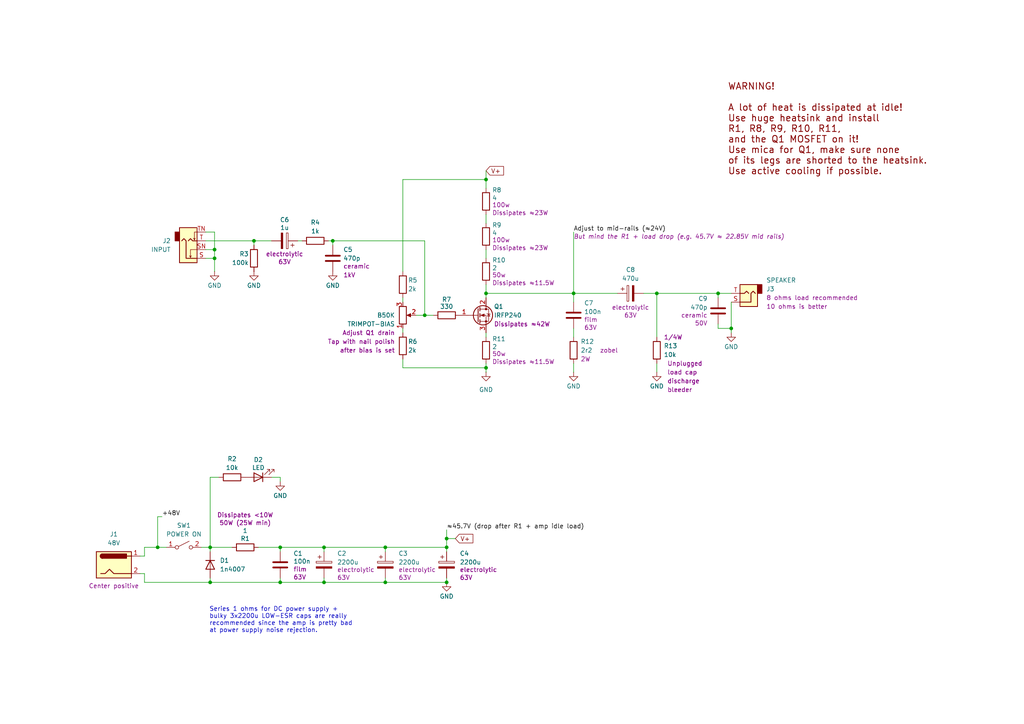
<source format=kicad_sch>
(kicad_sch (version 20250114) (generator "eeschema") (generator_version "9.0")
  (paper "A4")
  (title_block (title "Wenzel’s Simple MOSFET Class-A Power Amp") (date "November 2025") (rev "r1-wip-1") (company "I recommend to use at least ≈200W (48V/≈4A) power supply.") (comment 1 "Class A amps are very inefficient!") (comment 2 "Mind the power supply needs, at idle the amp draws more than 100W (>2A)!") (comment 3 "Damping factor is <1.") (comment 4 "Maximum clean power is around 7W."))
  (lib_symbols
    (symbol "Connector:Jack-DC" (pin_names (offset 1.016))
      (property "Reference" "J" (at 0 5.334 0))
      (property "Value" "Jack-DC" (at 0 -5.08 0))
      (symbol "Jack-DC_0_1"
        (rectangle (start -5.08 3.81) (end 5.08 -3.81) (stroke (width 0.254)) (fill (type background)))
        (polyline (pts (xy -3.81 -2.54) (xy -2.54 -2.54) (xy -1.27 -1.27) (xy 0 -2.54) (xy 2.54 -2.54) (xy 5.08 -2.54)) (stroke (width 0.254)))
        (arc (start -3.302 1.905) (mid -3.9343 2.54) (end -3.302 3.175) (stroke (width 0.254)))
        (arc (start -3.302 1.905) (mid -3.9343 2.54) (end -3.302 3.175) (stroke (width 0.254)) (fill (type outline)))
        (rectangle (start 3.683 3.175) (end -3.302 1.905) (stroke (width 0.254)) (fill (type outline)))
        (polyline (pts (xy 5.08 2.54) (xy 3.81 2.54)) (stroke (width 0.254)))
      )
      (symbol "Jack-DC_1_1"
        (pin passive line (at 7.62 2.54 180) (length 2.54) (name "~") (number "1"))
        (pin passive line (at 7.62 -2.54 180) (length 2.54) (name "~") (number "2"))
      )
    )
    (symbol "Connector_Audio:AudioJack2"
      (property "Reference" "J" (at 0 8.89 0))
      (property "Value" "AudioJack2" (at 0 6.35 0))
      (symbol "AudioJack2_0_1"
        (rectangle (start -3.81 0) (end -2.54 -2.54) (stroke (width 0.254)) (fill (type outline)))
        (rectangle (start -2.54 3.81) (end 2.54 -2.54) (stroke (width 0.254)) (fill (type background)))
        (polyline (pts (xy 0 0) (xy 0.635 -0.635) (xy 1.27 0) (xy 2.54 0)) (stroke (width 0.254)))
        (polyline (pts (xy 2.54 2.54) (xy -0.635 2.54) (xy -0.635 0) (xy -1.27 -0.635) (xy -1.905 0)) (stroke (width 0.254)))
      )
      (symbol "AudioJack2_1_1"
        (pin passive line (at 5.08 2.54 180) (length 2.54) (name "~") (number "S"))
        (pin passive line (at 5.08 0 180) (length 2.54) (name "~") (number "T"))
      )
    )
    (symbol "Connector_Audio:AudioJack2_Switch"
      (property "Reference" "J" (at 0 11.43 0))
      (property "Value" "AudioJack2_Switch" (at 0 8.89 0))
      (symbol "AudioJack2_Switch_0_1"
        (rectangle (start -2.54 0) (end -3.81 -2.54) (stroke (width 0.254)) (fill (type outline)))
        (rectangle (start 2.54 6.35) (end -2.54 -3.81) (stroke (width 0.254)) (fill (type background)))
      )
      (symbol "AudioJack2_Switch_1_1"
        (polyline (pts (xy 0 0) (xy 0.635 -0.635) (xy 1.27 0) (xy 2.54 0)) (stroke (width 0.254)))
        (polyline (pts (xy 0.635 4.826) (xy 0.889 4.318)))
        (polyline (pts (xy 1.778 -0.254) (xy 2.032 -0.762)))
        (polyline (pts (xy 2.54 5.08) (xy -0.635 5.08) (xy -0.635 0) (xy -1.27 -0.635) (xy -1.905 0)) (stroke (width 0.254)))
        (polyline (pts (xy 2.54 2.54) (xy 0.635 2.54) (xy 0.635 4.826) (xy 0.381 4.318)))
        (polyline (pts (xy 2.54 -2.54) (xy 1.778 -2.54) (xy 1.778 -0.254) (xy 1.524 -0.762)))
        (pin passive line (at 5.08 5.08 180) (length 2.54) (name "~") (number "S"))
        (pin passive line (at 5.08 2.54 180) (length 2.54) (name "~") (number "SN"))
        (pin passive line (at 5.08 0 180) (length 2.54) (name "~") (number "T"))
        (pin passive line (at 5.08 -2.54 180) (length 2.54) (name "~") (number "TN"))
      )
    )
    (symbol "Device:C" (pin_numbers (hide yes)) (pin_names (offset 0.254))
      (property "Reference" "C" (at 0.635 2.54 0))
      (property "Value" "C" (at 0.635 -2.54 0))
      (symbol "C_0_1"
        (polyline (pts (xy -2.032 0.762) (xy 2.032 0.762)) (stroke (width 0.508)))
        (polyline (pts (xy -2.032 -0.762) (xy 2.032 -0.762)) (stroke (width 0.508)))
      )
      (symbol "C_1_1"
        (pin passive line (at 0 3.81 270) (length 2.794) (name "~") (number "1"))
        (pin passive line (at 0 -3.81 90) (length 2.794) (name "~") (number "2"))
      )
    )
    (symbol "Device:C_Polarized" (pin_numbers (hide yes)) (pin_names (offset 0.254))
      (property "Reference" "C" (at 0.635 2.54 0))
      (property "Value" "C_Polarized" (at 0.635 -2.54 0))
      (symbol "C_Polarized_0_1"
        (rectangle (start -2.286 0.508) (end 2.286 1.016))
        (polyline (pts (xy -1.778 2.286) (xy -0.762 2.286)))
        (polyline (pts (xy -1.27 2.794) (xy -1.27 1.778)))
        (rectangle (start 2.286 -0.508) (end -2.286 -1.016) (fill (type outline)))
      )
      (symbol "C_Polarized_1_1"
        (pin passive line (at 0 3.81 270) (length 2.794) (name "~") (number "1"))
        (pin passive line (at 0 -3.81 90) (length 2.794) (name "~") (number "2"))
      )
    )
    (symbol "Device:D" (pin_numbers (hide yes)) (pin_names (offset 1.016) (hide yes))
      (property "Reference" "D" (at 0 2.54 0))
      (property "Value" "D" (at 0 -2.54 0))
      (symbol "D_0_1"
        (polyline (pts (xy -1.27 1.27) (xy -1.27 -1.27)) (stroke (width 0.254)))
        (polyline (pts (xy 1.27 1.27) (xy 1.27 -1.27) (xy -1.27 0) (xy 1.27 1.27)) (stroke (width 0.254)))
        (polyline (pts (xy 1.27 0) (xy -1.27 0)))
      )
      (symbol "D_1_1"
        (pin passive line (at -3.81 0 0) (length 2.54) (name "K") (number "1"))
        (pin passive line (at 3.81 0 180) (length 2.54) (name "A") (number "2"))
      )
    )
    (symbol "Device:LED" (pin_numbers (hide yes)) (pin_names (offset 1.016) (hide yes))
      (property "Reference" "D" (at 0 2.54 0))
      (property "Value" "LED" (at 0 -2.54 0))
      (symbol "LED_0_1"
        (polyline (pts (xy -3.048 -0.762) (xy -4.572 -2.286) (xy -3.81 -2.286) (xy -4.572 -2.286) (xy -4.572 -1.524)))
        (polyline (pts (xy -1.778 -0.762) (xy -3.302 -2.286) (xy -2.54 -2.286) (xy -3.302 -2.286) (xy -3.302 -1.524)))
        (polyline (pts (xy -1.27 0) (xy 1.27 0)))
        (polyline (pts (xy -1.27 -1.27) (xy -1.27 1.27)) (stroke (width 0.254)))
        (polyline (pts (xy 1.27 -1.27) (xy 1.27 1.27) (xy -1.27 0) (xy 1.27 -1.27)) (stroke (width 0.254)))
      )
      (symbol "LED_1_1"
        (pin passive line (at -3.81 0 0) (length 2.54) (name "K") (number "1"))
        (pin passive line (at 3.81 0 180) (length 2.54) (name "A") (number "2"))
      )
    )
    (symbol "Device:R" (pin_numbers (hide yes)) (pin_names (offset 0))
      (property "Reference" "R" (at 2.032 0 90))
      (property "Value" "R" (at 0 0 90))
      (symbol "R_0_1"
        (rectangle (start -1.016 -2.54) (end 1.016 2.54) (stroke (width 0.254)))
      )
      (symbol "R_1_1"
        (pin passive line (at 0 3.81 270) (length 1.27) (name "~") (number "1"))
        (pin passive line (at 0 -3.81 90) (length 1.27) (name "~") (number "2"))
      )
    )
    (symbol "Device:R_Potentiometer" (pin_names (offset 1.016) (hide yes))
      (property "Reference" "RV" (at -4.445 0 90))
      (property "Value" "R_Potentiometer" (at -2.54 0 90))
      (symbol "R_Potentiometer_0_1"
        (rectangle (start 1.016 2.54) (end -1.016 -2.54) (stroke (width 0.254)))
        (polyline (pts (xy 1.143 0) (xy 2.286 0.508) (xy 2.286 -0.508) (xy 1.143 0)) (fill (type outline)))
        (polyline (pts (xy 2.54 0) (xy 1.524 0)))
      )
      (symbol "R_Potentiometer_1_1"
        (pin passive line (at 0 3.81 270) (length 1.27) (name "1") (number "1"))
        (pin passive line (at 0 -3.81 90) (length 1.27) (name "3") (number "3"))
        (pin passive line (at 3.81 0 180) (length 1.27) (name "2") (number "2"))
      )
    )
    (symbol "Switch:SW_SPST" (pin_names (offset 0) (hide yes))
      (property "Reference" "SW" (at 0 3.175 0))
      (property "Value" "SW_SPST" (at 0 -2.54 0))
      (symbol "SW_SPST_0_0"
        (circle (center -2.032 0) (radius 0.508))
        (polyline (pts (xy -1.524 0.254) (xy 1.524 1.778)))
        (circle (center 2.032 0) (radius 0.508))
      )
      (symbol "SW_SPST_1_1"
        (pin passive line (at -5.08 0 0) (length 2.54) (name "A") (number "1"))
        (pin passive line (at 5.08 0 180) (length 2.54) (name "B") (number "2"))
      )
    )
    (symbol "Transistor_FET:IRLZ44N" (pin_names (hide yes))
      (property "Reference" "Q" (at 5.08 1.905 0))
      (property "Value" "IRLZ44N" (at 5.08 0 0))
      (symbol "IRLZ44N_0_1"
        (polyline (pts (xy 0.254 1.905) (xy 0.254 -1.905)) (stroke (width 0.254)))
        (polyline (pts (xy 0.254 0) (xy -2.54 0)))
        (polyline (pts (xy 0.762 2.286) (xy 0.762 1.27)) (stroke (width 0.254)))
        (polyline (pts (xy 0.762 0.508) (xy 0.762 -0.508)) (stroke (width 0.254)))
        (polyline (pts (xy 0.762 -1.27) (xy 0.762 -2.286)) (stroke (width 0.254)))
        (polyline (pts (xy 0.762 -1.778) (xy 3.302 -1.778) (xy 3.302 1.778) (xy 0.762 1.778)))
        (polyline (pts (xy 1.016 0) (xy 2.032 0.381) (xy 2.032 -0.381) (xy 1.016 0)) (fill (type outline)))
        (circle (center 1.651 0) (radius 2.794) (stroke (width 0.254)))
        (polyline (pts (xy 2.54 2.54) (xy 2.54 1.778)))
        (circle (center 2.54 1.778) (radius 0.254) (fill (type outline)))
        (circle (center 2.54 -1.778) (radius 0.254) (fill (type outline)))
        (polyline (pts (xy 2.54 -2.54) (xy 2.54 0) (xy 0.762 0)))
        (polyline (pts (xy 2.794 0.508) (xy 2.921 0.381) (xy 3.683 0.381) (xy 3.81 0.254)))
        (polyline (pts (xy 3.302 0.381) (xy 2.921 -0.254) (xy 3.683 -0.254) (xy 3.302 0.381)))
      )
      (symbol "IRLZ44N_1_1"
        (pin input line (at -5.08 0 0) (length 2.54) (name "G") (number "1"))
        (pin passive line (at 2.54 5.08 270) (length 2.54) (name "D") (number "2"))
        (pin passive line (at 2.54 -5.08 90) (length 2.54) (name "S") (number "3"))
      )
    )
    (symbol "power:GND" (power) (pin_numbers (hide yes)) (pin_names (offset 0) (hide yes))
      (property "Value" "GND" (at 0 -3.81 0))
      (symbol "GND_0_1"
        (polyline (pts (xy 0 0) (xy 0 -1.27) (xy 1.27 -1.27) (xy 0 -2.54) (xy -1.27 -1.27) (xy 0 -1.27)))
      )
      (symbol "GND_1_1"
        (pin power_in line (at 0 0 270) (length 0) (name "~") (number "1"))
      )
    )
  )
  (text "Series 1 ohms for DC power supply +\nbulky 3x2200u LOW-ESR caps are really\nrecommended since the amp is pretty bad\nat power supply noise rejection." (at 60.706 176.022 0) (effects (font (size 1.27 1.27)) (justify left top)))
  (text "WARNING!\n\nA lot of heat is dissipated at idle!\nUse huge heatsink and install\nR1, R8, R9, R10, R11,\nand the Q1 MOSFET on it!\nUse mica for Q1, make sure none\nof its legs are shorted to the heatsink.\nUse active cooling if possible." (at 211.074 24.13 0) (effects (font (size 1.905 1.905) (thickness 0.2381)) (justify left top)))
  (junction (at 93.98 168.91))
  (junction (at 81.28 158.75))
  (junction (at 212.09 95.25))
  (junction (at 140.97 106.68))
  (junction (at 140.97 52.07))
  (junction (at 190.5 85.09))
  (junction (at 129.54 158.75))
  (junction (at 93.98 158.75))
  (junction (at 166.37 85.09))
  (junction (at 60.96 158.75))
  (junction (at 129.54 168.91))
  (junction (at 111.76 158.75))
  (junction (at 60.96 168.91))
  (junction (at 62.23 74.93))
  (junction (at 208.28 85.09))
  (junction (at 129.54 156.21))
  (junction (at 73.66 69.85))
  (junction (at 45.72 158.75))
  (junction (at 111.76 168.91))
  (junction (at 62.23 72.39))
  (junction (at 140.97 85.09))
  (junction (at 123.19 91.44))
  (junction (at 81.28 168.91))
  (junction (at 96.52 69.85))
  (wire (pts (xy 116.84 52.07) (xy 116.84 78.74)))
  (wire (pts (xy 81.28 158.75) (xy 93.98 158.75)))
  (wire (pts (xy 60.96 158.75) (xy 67.31 158.75)))
  (wire (pts (xy 41.91 158.75) (xy 45.72 158.75)))
  (wire (pts (xy 93.98 158.75) (xy 111.76 158.75)))
  (wire (pts (xy 59.69 69.85) (xy 73.66 69.85)))
  (wire (pts (xy 111.76 168.91) (xy 129.54 168.91)))
  (wire (pts (xy 111.76 158.75) (xy 111.76 160.02)))
  (wire (pts (xy 41.91 161.29) (xy 40.64 161.29)))
  (wire (pts (xy 60.96 138.43) (xy 60.96 158.75)))
  (wire (pts (xy 73.66 69.85) (xy 78.74 69.85)))
  (wire (pts (xy 140.97 49.53) (xy 140.97 52.07)))
  (wire (pts (xy 41.91 166.37) (xy 40.64 166.37)))
  (wire (pts (xy 140.97 96.52) (xy 140.97 97.79)))
  (wire (pts (xy 140.97 85.09) (xy 140.97 86.36)))
  (wire (pts (xy 116.84 104.14) (xy 116.84 106.68)))
  (wire (pts (xy 140.97 62.23) (xy 140.97 64.77)))
  (wire (pts (xy 140.97 72.39) (xy 140.97 74.93)))
  (wire (pts (xy 93.98 160.02) (xy 93.98 158.75)))
  (wire (pts (xy 140.97 107.95) (xy 140.97 106.68)))
  (wire (pts (xy 208.28 86.36) (xy 208.28 85.09)))
  (wire (pts (xy 46.99 149.86) (xy 45.72 149.86)))
  (wire (pts (xy 186.69 85.09) (xy 190.5 85.09)))
  (wire (pts (xy 96.52 71.12) (xy 96.52 69.85)))
  (wire (pts (xy 116.84 106.68) (xy 140.97 106.68)))
  (wire (pts (xy 86.36 69.85) (xy 87.63 69.85)))
  (wire (pts (xy 73.66 71.12) (xy 73.66 69.85)))
  (wire (pts (xy 116.84 52.07) (xy 140.97 52.07)))
  (wire (pts (xy 81.28 160.02) (xy 81.28 158.75)))
  (wire (pts (xy 166.37 107.95) (xy 166.37 105.41)))
  (wire (pts (xy 81.28 138.43) (xy 81.28 139.7)))
  (wire (pts (xy 62.23 74.93) (xy 62.23 78.74)))
  (wire (pts (xy 116.84 86.36) (xy 116.84 87.63)))
  (wire (pts (xy 62.23 74.93) (xy 62.23 72.39)))
  (wire (pts (xy 93.98 168.91) (xy 111.76 168.91)))
  (wire (pts (xy 81.28 168.91) (xy 93.98 168.91)))
  (wire (pts (xy 208.28 95.25) (xy 212.09 95.25)))
  (wire (pts (xy 129.54 156.21) (xy 129.54 158.75)))
  (wire (pts (xy 62.23 67.31) (xy 62.23 72.39)))
  (wire (pts (xy 63.5 138.43) (xy 60.96 138.43)))
  (wire (pts (xy 59.69 72.39) (xy 62.23 72.39)))
  (wire (pts (xy 60.96 168.91) (xy 60.96 167.64)))
  (wire (pts (xy 129.54 167.64) (xy 129.54 168.91)))
  (wire (pts (xy 190.5 97.79) (xy 190.5 85.09)))
  (wire (pts (xy 212.09 87.63) (xy 212.09 95.25)))
  (wire (pts (xy 59.69 67.31) (xy 62.23 67.31)))
  (wire (pts (xy 60.96 168.91) (xy 81.28 168.91)))
  (wire (pts (xy 129.54 153.67) (xy 129.54 156.21)))
  (wire (pts (xy 120.65 91.44) (xy 123.19 91.44)))
  (wire (pts (xy 140.97 85.09) (xy 166.37 85.09)))
  (wire (pts (xy 41.91 158.75) (xy 41.91 161.29)))
  (wire (pts (xy 111.76 158.75) (xy 129.54 158.75)))
  (wire (pts (xy 45.72 158.75) (xy 48.26 158.75)))
  (wire (pts (xy 140.97 52.07) (xy 140.97 54.61)))
  (wire (pts (xy 58.42 158.75) (xy 60.96 158.75)))
  (wire (pts (xy 59.69 74.93) (xy 62.23 74.93)))
  (wire (pts (xy 208.28 85.09) (xy 212.09 85.09)))
  (wire (pts (xy 95.25 69.85) (xy 96.52 69.85)))
  (wire (pts (xy 41.91 168.91) (xy 60.96 168.91)))
  (wire (pts (xy 140.97 82.55) (xy 140.97 85.09)))
  (wire (pts (xy 96.52 69.85) (xy 123.19 69.85)))
  (wire (pts (xy 129.54 158.75) (xy 129.54 160.02)))
  (wire (pts (xy 93.98 167.64) (xy 93.98 168.91)))
  (wire (pts (xy 212.09 96.52) (xy 212.09 95.25)))
  (wire (pts (xy 166.37 95.25) (xy 166.37 97.79)))
  (wire (pts (xy 166.37 87.63) (xy 166.37 85.09)))
  (wire (pts (xy 166.37 85.09) (xy 179.07 85.09)))
  (wire (pts (xy 78.74 138.43) (xy 81.28 138.43)))
  (wire (pts (xy 123.19 91.44) (xy 125.73 91.44)))
  (wire (pts (xy 111.76 167.64) (xy 111.76 168.91)))
  (wire (pts (xy 45.72 149.86) (xy 45.72 158.75)))
  (wire (pts (xy 123.19 69.85) (xy 123.19 91.44)))
  (wire (pts (xy 166.37 67.31) (xy 166.37 85.09)))
  (wire (pts (xy 116.84 95.25) (xy 116.84 96.52)))
  (wire (pts (xy 132.08 156.21) (xy 129.54 156.21)))
  (wire (pts (xy 60.96 160.02) (xy 60.96 158.75)))
  (wire (pts (xy 74.93 158.75) (xy 81.28 158.75)))
  (wire (pts (xy 208.28 95.25) (xy 208.28 93.98)))
  (wire (pts (xy 140.97 105.41) (xy 140.97 106.68)))
  (wire (pts (xy 190.5 105.41) (xy 190.5 107.95)))
  (wire (pts (xy 41.91 166.37) (xy 41.91 168.91)))
  (wire (pts (xy 81.28 168.91) (xy 81.28 167.64)))
  (wire (pts (xy 190.5 85.09) (xy 208.28 85.09)))
  (label "+48V" (at 46.99 149.86 0))
  (label "≈45.7V (drop after R1 + amp idle load)" (at 129.54 153.67 0))
  (label "Adjust to mid-rails (≈24V)" (at 166.37 67.31 0) (property "Netclass" "But mind the R1 + load drop (e.g. 45.7V ≈ 22.85V mid rails)" (at 166.37 68.58 0) (effects (font (italic yes)) (justify left))))
  (global_label "V+" (shape input) (at 132.08 156.21 0) (property "Intersheetrefs" "${INTERSHEET_REFS}" (effects (hide yes))))
  (global_label "V+" (shape input) (at 140.97 49.53 0) (property "Intersheetrefs" "${INTERSHEET_REFS}" (effects (hide yes))))
  (symbol (lib_id "Device:R") (at 73.66 74.93 0) (mirror y) (unit 1)
    (property "Reference" "R3" (at 72.136 73.66 0) (effects (justify left)))
    (property "Value" "100k" (at 72.136 76.2 0) (effects (justify left)))
    (property "Description" "Resistor" (effects (hide yes)))
  )
  (symbol (lib_id "Device:C") (at 96.52 74.93 0) (unit 1)
    (property "Reference" "C5" (at 99.568 72.39 0) (effects (justify left)))
    (property "Value" "470p" (at 99.568 74.93 0) (effects (justify left)))
    (property "Description" "Unpolarized capacitor" (effects (hide yes)))
    (property "Field5" "ceramic" (at 99.568 77.216 0) (effects (justify left)))
    (property "Field6" "1kV" (at 99.568 79.756 0) (effects (justify left)))
  )
  (symbol (lib_id "power:GND") (at 81.28 139.7 0) (unit 1)
    (property "Reference" "#PWR022" (effects (hide yes)))
    (property "Value" "GND" (at 81.28 143.764 0))
    (property "Description" "Power symbol creates a global label with name \"GND\" , ground" (effects (hide yes)))
  )
  (symbol (lib_id "Connector_Audio:AudioJack2_Switch") (at 54.61 69.85 0) (mirror x) (unit 1)
    (property "Reference" "J2" (at 49.53 69.8499 0) (effects (justify right)))
    (property "Value" "INPUT" (at 49.53 72.3899 0) (effects (justify right)))
    (property "Description" "Audio Jack, 2 Poles (Mono / TS), Switched Pole (Normalling)" (effects (hide yes)))
  )
  (symbol (lib_id "power:GND") (at 96.52 78.74 0) (unit 1)
    (property "Reference" "#PWR03" (effects (hide yes)))
    (property "Value" "GND" (at 96.52 82.804 0))
    (property "Description" "Power symbol creates a global label with name \"GND\" , ground" (effects (hide yes)))
  )
  (symbol (lib_id "power:GND") (at 190.5 107.95 0) (unit 1)
    (property "Reference" "#PWR017" (effects (hide yes)))
    (property "Value" "GND" (at 190.5 112.014 0))
    (property "Description" "Power symbol creates a global label with name \"GND\" , ground" (effects (hide yes)))
  )
  (symbol (lib_id "Device:R") (at 71.12 158.75 90) (unit 1)
    (property "Reference" "R1" (at 71.12 156.21 90))
    (property "Value" "1" (at 71.12 153.924 90))
    (property "Description" "Resistor" (effects (hide yes)))
    (property "Field5" "50W (25W min)" (at 71.12 151.638 90))
    (property "Field6" "Dissipates <10W" (at 71.12 149.352 90))
  )
  (symbol (lib_id "Device:R_Potentiometer") (at 116.84 91.44 0) (mirror x) (unit 1)
    (property "Reference" "TRIMPOT-BIAS" (at 114.554 93.98 0) (effects (justify right)))
    (property "Value" "B50K" (at 114.554 91.44 0) (effects (justify right)))
    (property "Description" "Potentiometer" (effects (hide yes)))
    (property "Field5" "Adjust Q1 drain" (at 114.554 96.52 0) (effects (justify right)))
    (property "Field6" "mid-rails (V+ ÷ 2)" (effects (hide yes)))
    (property "Field7" "Tap with nail polish" (at 114.554 99.06 0) (effects (justify right)))
    (property "Field8" "after bias is set" (at 114.554 101.6 0) (effects (justify right)))
  )
  (symbol (lib_id "power:GND") (at 73.66 78.74 0) (unit 1)
    (property "Reference" "#PWR05" (effects (hide yes)))
    (property "Value" "GND" (at 73.66 82.804 0))
    (property "Description" "Power symbol creates a global label with name \"GND\" , ground" (effects (hide yes)))
  )
  (symbol (lib_id "Device:R") (at 166.37 101.6 0) (unit 1)
    (property "Reference" "R12" (at 168.402 99.06 0) (effects (justify left)))
    (property "Value" "2r2" (at 168.402 101.6 0) (effects (justify left)))
    (property "Description" "Resistor" (effects (hide yes)))
    (property "Field5" "zobel" (at 173.99 101.6 0) (effects (justify left)))
    (property "Field6" "2W" (at 168.402 104.14 0) (effects (justify left)))
  )
  (symbol (lib_id "Device:R") (at 116.84 82.55 0) (unit 1)
    (property "Reference" "R5" (at 118.364 81.28 0) (effects (justify left)))
    (property "Value" "2k" (at 118.364 83.82 0) (effects (justify left)))
    (property "Description" "Resistor" (effects (hide yes)))
  )
  (symbol (lib_id "Device:C") (at 81.28 163.83 0) (unit 1)
    (property "Reference" "C1" (at 85.09 160.528 0) (effects (justify left)))
    (property "Value" "100n" (at 85.09 162.814 0) (effects (justify left)))
    (property "Footprint" "film" (at 85.09 165.1 0) (effects (justify left)))
    (property "Description" "Unpolarized capacitor" (effects (hide yes)))
    (property "Field5" "63V" (at 85.09 167.386 0) (effects (justify left)))
  )
  (symbol (lib_id "Device:R") (at 129.54 91.44 90) (unit 1)
    (property "Reference" "R7" (at 129.54 86.868 90))
    (property "Value" "330" (at 129.54 88.9 90))
    (property "Description" "Resistor" (effects (hide yes)))
  )
  (symbol (lib_id "Device:R") (at 140.97 58.42 0) (unit 1)
    (property "Reference" "R8" (at 142.748 55.118 0) (effects (justify left)))
    (property "Value" "4" (at 142.748 57.404 0) (effects (justify left)))
    (property "Description" "Resistor" (effects (hide yes)))
    (property "Field5" "100w" (at 142.748 59.436 0) (effects (justify left)))
    (property "Field6" "Dissipates ≈23W" (at 142.748 61.722 0) (effects (justify left)))
  )
  (symbol (lib_id "Device:R") (at 91.44 69.85 90) (unit 1)
    (property "Reference" "R4" (at 91.44 64.516 90))
    (property "Value" "1k" (at 91.44 67.056 90))
    (property "Description" "Resistor" (effects (hide yes)))
  )
  (symbol (lib_id "Device:R") (at 116.84 100.33 0) (unit 1)
    (property "Reference" "R6" (at 118.364 99.06 0) (effects (justify left)))
    (property "Value" "2k" (at 118.364 101.6 0) (effects (justify left)))
    (property "Description" "Resistor" (effects (hide yes)))
  )
  (symbol (lib_id "Device:LED") (at 74.93 138.43 180) (unit 1)
    (property "Reference" "D2" (at 74.93 133.35 0))
    (property "Value" "LED" (at 74.93 135.636 0))
    (property "Description" "Light emitting diode" (effects (hide yes)))
    (property "Sim.Pins" "1=K 2=A" (effects (hide yes)))
  )
  (symbol (lib_id "power:GND") (at 212.09 96.52 0) (unit 1)
    (property "Reference" "#PWR018" (effects (hide yes)))
    (property "Value" "GND" (at 212.09 100.584 0))
    (property "Description" "Power symbol creates a global label with name \"GND\" , ground" (effects (hide yes)))
  )
  (symbol (lib_id "Device:C_Polarized") (at 129.54 163.83 0) (unit 1)
    (property "Reference" "C4" (at 133.35 160.528 0) (effects (justify left)))
    (property "Value" "2200u" (at 133.35 163.068 0) (effects (justify left)))
    (property "Footprint" "electrolytic" (at 133.35 165.2271 0) (effects (justify left)))
    (property "Description" "Polarized capacitor" (effects (hide yes)))
    (property "Field5" "63V" (at 133.35 167.5131 0) (effects (justify left)))
  )
  (symbol (lib_id "Connector:Jack-DC") (at 33.02 163.83 0) (unit 1)
    (property "Reference" "J1" (at 33.02 154.94 0))
    (property "Value" "48V" (at 33.02 157.48 0))
    (property "Description" "DC Barrel Jack" (effects (hide yes)))
    (property "Field5" "Center positive" (at 33.02 169.926 0))
  )
  (symbol (lib_id "Device:C") (at 166.37 91.44 0) (unit 1)
    (property "Reference" "C7" (at 169.418 87.884 0) (effects (justify left)))
    (property "Value" "100n" (at 169.418 90.424 0) (effects (justify left)))
    (property "Description" "Unpolarized capacitor" (effects (hide yes)))
    (property "Field5" "film" (at 169.418 92.71 0) (effects (justify left)))
    (property "Field6" "63V" (at 169.418 94.996 0) (effects (justify left)))
  )
  (symbol (lib_id "Device:C_Polarized") (at 93.98 163.83 0) (unit 1)
    (property "Reference" "C2" (at 97.79 160.528 0) (effects (justify left)))
    (property "Value" "2200u" (at 97.79 163.068 0) (effects (justify left)))
    (property "Footprint" "electrolytic" (at 97.79 165.2271 0) (effects (justify left)))
    (property "Description" "Polarized capacitor" (effects (hide yes)))
    (property "Field5" "63V" (at 97.79 167.5131 0) (effects (justify left)))
  )
  (symbol (lib_id "Switch:SW_SPST") (at 53.34 158.75 0) (unit 1)
    (property "Reference" "SW1" (at 53.34 152.4 0))
    (property "Value" "POWER ON" (at 53.34 154.94 0))
    (property "Description" "Single Pole Single Throw (SPST) switch" (effects (hide yes)))
  )
  (symbol (lib_id "Device:R") (at 140.97 78.74 0) (unit 1)
    (property "Reference" "R10" (at 142.748 75.438 0) (effects (justify left)))
    (property "Value" "2" (at 142.748 77.724 0) (effects (justify left)))
    (property "Description" "Resistor" (effects (hide yes)))
    (property "Field5" "50w" (at 142.748 79.756 0) (effects (justify left)))
    (property "Field6" "Dissipates ≈11.5W" (at 142.748 82.042 0) (effects (justify left)))
  )
  (symbol (lib_id "Device:C_Polarized") (at 82.55 69.85 270) (mirror x) (unit 1)
    (property "Reference" "C6" (at 82.55 63.754 90))
    (property "Value" "1u" (at 82.55 66.04 90))
    (property "Description" "Polarized capacitor" (effects (hide yes)))
    (property "Field5" "electrolytic" (at 82.55 73.66 90))
    (property "Field6" "63V" (at 82.55 75.946 90))
  )
  (symbol (lib_id "Device:R") (at 140.97 101.6 0) (unit 1)
    (property "Reference" "R11" (at 142.748 98.298 0) (effects (justify left)))
    (property "Value" "2" (at 142.748 100.584 0) (effects (justify left)))
    (property "Description" "Resistor" (effects (hide yes)))
    (property "Field5" "50w" (at 142.748 102.616 0) (effects (justify left)))
    (property "Field6" "Dissipates ≈11.5W" (at 142.748 104.902 0) (effects (justify left)))
  )
  (symbol (lib_id "power:GND") (at 62.23 78.74 0) (unit 1)
    (property "Reference" "#PWR07" (effects (hide yes)))
    (property "Value" "GND" (at 62.23 82.804 0))
    (property "Description" "Power symbol creates a global label with name \"GND\" , ground" (effects (hide yes)))
  )
  (symbol (lib_id "Device:R") (at 190.5 101.6 0) (unit 1)
    (property "Reference" "R13" (at 192.532 100.33 0) (effects (justify left)))
    (property "Value" "10k" (at 192.532 102.87 0) (effects (justify left)))
    (property "Description" "Resistor" (effects (hide yes)))
    (property "Field5" "Unplugged" (at 193.548 105.41 0) (effects (justify left)))
    (property "Field6" "load cap" (at 193.548 107.95 0) (effects (justify left)))
    (property "Field7" "discharge" (at 193.548 110.49 0) (effects (justify left)))
    (property "Field8" "bleeder" (at 193.548 113.03 0) (effects (justify left)))
    (property "Field9" "1/4W" (at 192.532 97.79 0) (effects (justify left)))
  )
  (symbol (lib_id "power:GND") (at 166.37 107.95 0) (unit 1)
    (property "Reference" "#PWR04" (effects (hide yes)))
    (property "Value" "GND" (at 166.37 112.014 0))
    (property "Description" "Power symbol creates a global label with name \"GND\" , ground" (effects (hide yes)))
  )
  (symbol (lib_id "Transistor_FET:IRLZ44N") (at 138.43 91.44 0) (unit 1)
    (property "Reference" "Q1" (at 143.256 88.9 0) (effects (justify left)))
    (property "Value" "IRFP240" (at 143.256 91.44 0) (effects (justify left)))
    (property "Footprint" "Package_TO_SOT_THT:TO-220-3_Vertical" (effects (hide yes)))
    (property "Datasheet" "http://www.irf.com/product-info/datasheets/data/irlz44n.pdf" (effects (hide yes)))
    (property "Description" "47A Id, 55V Vds, 22mOhm Rds Single N-Channel HEXFET Power MOSFET, TO-220AB" (effects (hide yes)))
    (property "Field5" "Dissipates ≈42W" (at 143.256 93.98 0) (effects (justify left)))
  )
  (symbol (lib_id "Device:D") (at 60.96 163.83 270) (unit 1)
    (property "Reference" "D1" (at 63.754 162.56 90) (effects (justify left)))
    (property "Value" "1n4007" (at 63.754 165.1 90) (effects (justify left)))
    (property "Description" "Diode" (effects (hide yes)))
    (property "Sim.Device" "D" (effects (hide yes)))
    (property "Sim.Pins" "1=K 2=A" (effects (hide yes)))
  )
  (symbol (lib_id "power:GND") (at 140.97 107.95 0) (unit 1)
    (property "Reference" "#PWR06" (effects (hide yes)))
    (property "Value" "GND" (at 140.97 113.03 0))
    (property "Description" "Power symbol creates a global label with name \"GND\" , ground" (effects (hide yes)))
  )
  (symbol (lib_id "Device:R") (at 140.97 68.58 0) (unit 1)
    (property "Reference" "R9" (at 142.748 65.278 0) (effects (justify left)))
    (property "Value" "4" (at 142.748 67.564 0) (effects (justify left)))
    (property "Description" "Resistor" (effects (hide yes)))
    (property "Field5" "100w" (at 142.748 69.596 0) (effects (justify left)))
    (property "Field6" "Dissipates ≈23W" (at 142.748 71.882 0) (effects (justify left)))
  )
  (symbol (lib_id "Device:R") (at 67.31 138.43 90) (unit 1)
    (property "Reference" "R2" (at 67.31 133.096 90))
    (property "Value" "10k" (at 67.31 135.636 90))
    (property "Description" "Resistor" (effects (hide yes)))
  )
  (symbol (lib_id "Device:C") (at 208.28 90.17 0) (mirror y) (unit 1)
    (property "Reference" "C9" (at 205.232 86.614 0) (effects (justify left)))
    (property "Value" "470p" (at 205.232 89.154 0) (effects (justify left)))
    (property "Description" "Unpolarized capacitor" (effects (hide yes)))
    (property "Field5" "ceramic" (at 205.232 91.44 0) (effects (justify left)))
    (property "Field6" "50V" (at 205.232 93.726 0) (effects (justify left)))
  )
  (symbol (lib_id "power:GND") (at 129.54 168.91 0) (unit 1)
    (property "Reference" "#PWR010" (effects (hide yes)))
    (property "Value" "GND" (at 129.54 172.974 0))
    (property "Description" "Power symbol creates a global label with name \"GND\" , ground" (effects (hide yes)))
  )
  (symbol (lib_id "Device:C_Polarized") (at 182.88 85.09 90) (mirror x) (unit 1)
    (property "Reference" "C8" (at 182.88 78.232 90))
    (property "Value" "470u" (at 182.88 80.772 90))
    (property "Description" "Polarized capacitor" (effects (hide yes)))
    (property "Field5" "electrolytic" (at 182.88 89.154 90))
    (property "Field6" "better 1000u" (effects (hide yes)))
    (property "Field7" "63V" (at 182.88 91.44 90))
  )
  (symbol (lib_id "Connector_Audio:AudioJack2") (at 217.17 85.09 180) (unit 1)
    (property "Reference" "J3" (at 222.25 83.82 0) (effects (justify right)))
    (property "Value" "SPEAKER" (at 222.25 81.28 0) (effects (justify right)))
    (property "Description" "Audio Jack, 2 Poles (Mono / TS)" (effects (hide yes)))
    (property "Field5" "8 ohms load recommended" (at 222.25 86.36 0) (effects (justify right)))
    (property "Field6" "10 ohms is better" (at 222.25 88.9 0) (effects (justify right)))
  )
  (symbol (lib_id "Device:C_Polarized") (at 111.76 163.83 0) (unit 1)
    (property "Reference" "C3" (at 115.57 160.528 0) (effects (justify left)))
    (property "Value" "2200u" (at 115.57 163.068 0) (effects (justify left)))
    (property "Footprint" "electrolytic" (at 115.57 165.2271 0) (effects (justify left)))
    (property "Description" "Polarized capacitor" (effects (hide yes)))
    (property "Field5" "63V" (at 115.57 167.5131 0) (effects (justify left)))
  )
)
</source>
